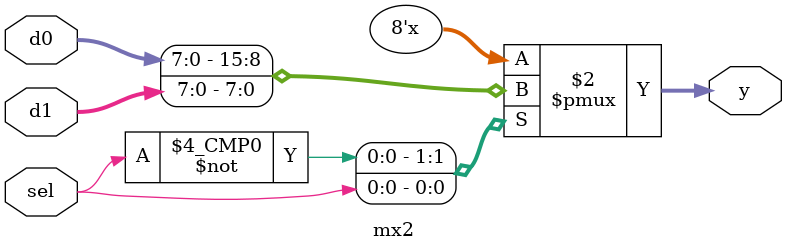
<source format=v>
module mx2(d0, d1, sel, y); //8bits mux2
	
	input [7:0] d0, d1;
	input sel;
	output reg [7:0] y;
	
	always @(sel, d0, d1)
		case (sel)
		1'b0 : y = d0;
		1'b1 : y = d1;
		default y = 8'bxxxx_xxxx;
		endcase
endmodule

</source>
